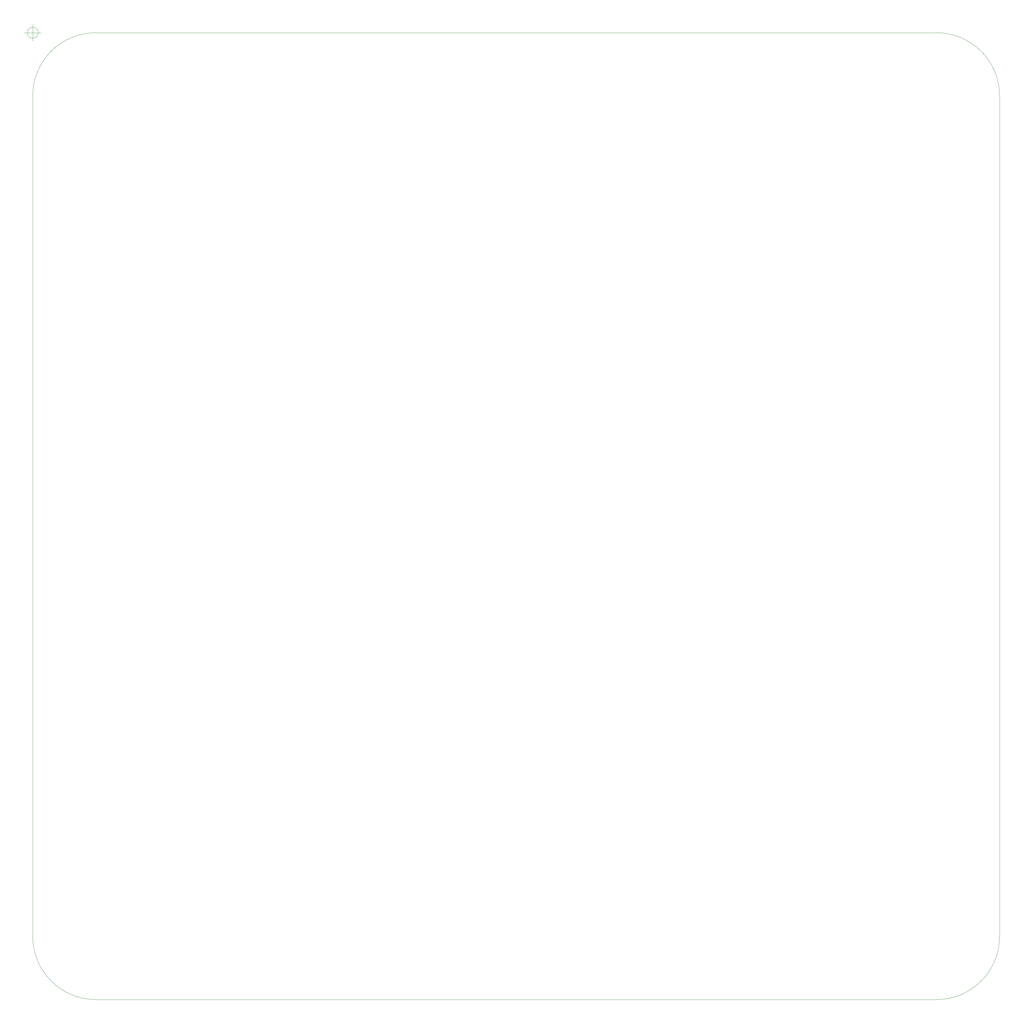
<source format=gbr>
G04 #@! TF.GenerationSoftware,KiCad,Pcbnew,5.1.4-e60b266~84~ubuntu18.04.1*
G04 #@! TF.CreationDate,2019-11-17T22:51:33-05:00*
G04 #@! TF.ProjectId,data_pod_battery_board,64617461-5f70-46f6-945f-626174746572,1*
G04 #@! TF.SameCoordinates,Original*
G04 #@! TF.FileFunction,Profile,NP*
%FSLAX46Y46*%
G04 Gerber Fmt 4.6, Leading zero omitted, Abs format (unit mm)*
G04 Created by KiCad (PCBNEW 5.1.4-e60b266~84~ubuntu18.04.1) date 2019-11-17 22:51:33*
%MOMM*%
%LPD*%
G04 APERTURE LIST*
%ADD10C,0.050000*%
G04 APERTURE END LIST*
D10*
X110362318Y-53797848D02*
G75*
G03X110362318Y-53797848I-1666666J0D01*
G01*
X106195652Y-53797848D02*
X111195652Y-53797848D01*
X108695652Y-51297848D02*
X108695652Y-56297848D01*
X108695652Y-326847848D02*
X108695652Y-72847848D01*
X381745652Y-345897848D02*
X127745652Y-345897848D01*
X400795652Y-72847848D02*
X400795652Y-326847848D01*
X127745652Y-53797848D02*
X381745652Y-53797848D01*
X400795652Y-326847848D02*
G75*
G02X381745652Y-345897848I-19050000J0D01*
G01*
X381745652Y-53797848D02*
G75*
G02X400795652Y-72847848I0J-19050000D01*
G01*
X127745652Y-345897848D02*
G75*
G02X108695652Y-326847848I0J19050000D01*
G01*
X108695652Y-72847848D02*
G75*
G02X127745652Y-53797848I19050000J0D01*
G01*
M02*

</source>
